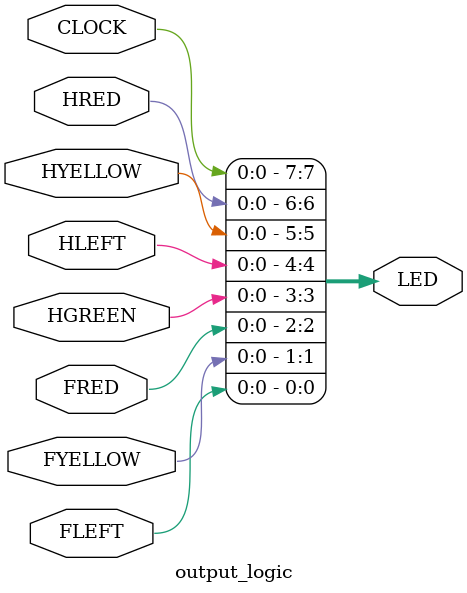
<source format=v>
module output_logic (
    input        CLOCK,
    input        FLEFT,
    input        FRED,
    input        FYELLOW,
    input        HGREEN,
    input        HLEFT,
    input        HRED,
    input        HYELLOW,

    output [7:0] LED
    );

    assign LED[7] = CLOCK;
    assign LED[6] = HRED;
    assign LED[5] = HYELLOW;
    assign LED[4] = HLEFT;
    assign LED[3] = HGREEN;
    assign LED[2] = FRED;
    assign LED[1] = FYELLOW;
    assign LED[0] = FLEFT;

endmodule


</source>
